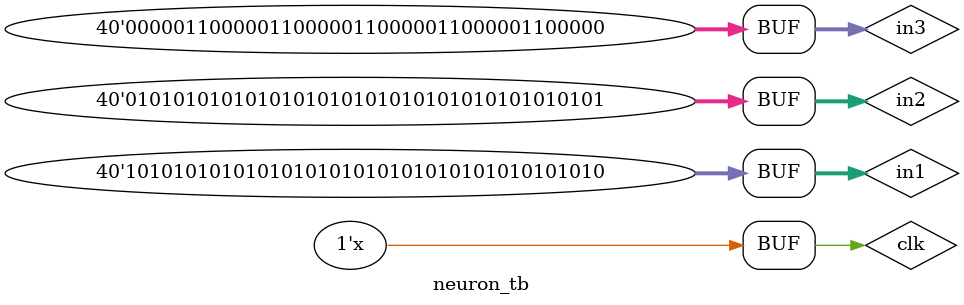
<source format=sv>
`timescale 1ns/1ns

module spike_neuron (clk, neuron_in1, neuron_in2, neuron_in3,
                     w3i, w2i, w1i, neuron_out);

  // Neuron Inputs Declaration
  input wire [2:0] w1i;
  input wire [2:0] w2i;
  input wire [2:0] w3i;
  input wire clk;
  input wire neuron_in1;
  input wire neuron_in2;
  input wire neuron_in3;

  //Neuron Outputs Declaration
  output neuron_out;

  // Neuron Constants
  reg [4:0] V_rest = 6;
  reg [4:0] V_leak = 1;
  reg K_syn = 1;
  reg [4:0] V_thresh = 14;
  reg [4:0] V_i = 6;
  reg neuron_i_reg = 0;

  // Neuron Dynamics
  always @(posedge clk) begin
    neuron_i_reg = 0;
    V_i = V_i + K_syn * (w1i*neuron_in1 + w2i*neuron_in2 + w3i*neuron_in3) - V_leak;
    if (V_i >= V_thresh) begin
      V_i = V_rest;
      neuron_i_reg = 1;
    end
    if (V_i < V_rest) begin
      V_i = V_rest;
    end
  end
  assign neuron_out = neuron_i_reg;
endmodule

module spiking_network (clk, neuron_1, neuron_2, neuron_3, neuron_7,
                        neuron_8);

  // Network Inputs Declaration
  input wire clk;
  input wire neuron_1;
  input wire neuron_2;
  input wire neuron_3;

  //Neuron Outputs Declaration
  output wire neuron_7;
  output wire neuron_8;

  // Network Synaptic Weights
  reg [2:0] w14 = 3;
  reg [2:0] w15 = 1;
  reg [2:0] w16 = 4;
  reg [2:0] w24 = 3;
  reg [2:0] w25 = 2;
  reg [2:0] w26 = 3;
  reg [2:0] w34 = 2;
  reg [2:0] w35 = 3;
  reg [2:0] w36 = 4;
  reg [2:0] w47 = 3;
  reg [2:0] w48 = 2;
  reg [2:0] w57 = 2;
  reg [2:0] w58 = 4;
  reg [2:0] w67 = 3;
  reg [2:0] w68 = 2;

  // Hidden Layer Neurons
  wire neuron_4;
  wire neuron_5;
  wire neuron_6;

  spike_neuron neuron4 (
    .clk (clk),
    .neuron_in1 (neuron_1),
    .neuron_in2 (neuron_2),
    .neuron_in3 (neuron_3),
    .w1i (w14),
    .w2i (w24),
    .w3i (w34),
    .neuron_out (neuron_4)
  );

  spike_neuron neuron5 (
    .clk (clk),
    .neuron_in1 (neuron_1),
    .neuron_in2 (neuron_2),
    .neuron_in3 (neuron_3),
    .w1i (w15),
    .w2i (w25),
    .w3i (w35),
    .neuron_out (neuron_5)
  );

  spike_neuron neuron6 (
    .clk (clk),
    .neuron_in1 (neuron_1),
    .neuron_in2 (neuron_2),
    .neuron_in3 (neuron_3),
    .w1i (w16),
    .w2i (w26),
    .w3i (w36),
    .neuron_out (neuron_6)
  );

  spike_neuron neuron7 (
    .clk (clk),
    .neuron_in1 (neuron_4),
    .neuron_in2 (neuron_5),
    .neuron_in3 (neuron_6),
    .w1i (w47),
    .w2i (w57),
    .w3i (w67),
    .neuron_out (neuron_7)
  );

  spike_neuron neuron8 (
    .clk (clk),
    .neuron_in1 (neuron_4),
    .neuron_in2 (neuron_5),
    .neuron_in3 (neuron_6),
    .w1i (w48),
    .w2i (w58),
    .w3i (w68),
    .neuron_out (neuron_8)
  );

endmodule

module neuron_tb;
reg clk, neuron_1, neuron_2, neuron_3;
reg [39:0] in1 = 40'b1010101010101010101010101010101010101010;
reg [39:0] in2 = 40'b0101010101010101010101010101010101010101;
reg [39:0] in3 = 40'b0000011000001100000110000011000001100000;
wire neuron_7;
wire neuron_8;
//
spiking_network U0 (
  .clk (clk),
  .neuron_1 (neuron_1),
  .neuron_2 (neuron_2),
  .neuron_3 (neuron_3),
  .neuron_7 (neuron_7),
  .neuron_8 (neuron_8)
);

initial begin
  $dumpfile("fire_sequence_1.vcd");
  $dumpvars;
  $display("\t\ttime,\tclk,\tneuron_1,\tneuron_2,\tneuron_3, \tneuron_7, \tneuron_8");
  $monitor("%d,\t%b,\t%b,\t%b,\t%b,\t%b,\t%b",$time, clk, neuron_1, neuron_2, neuron_3, neuron_7, neuron_8);
	/*$finish;*/
end

initial begin
clk = 0;
neuron_1 = 0;
neuron_2 = 0;
neuron_3 = 0;
end

always
#5 clk = !clk;

integer i = 39;
always @(posedge clk) begin
  if (i >= 0) begin
	neuron_1 = in1[i];
	neuron_2 = in2[i];
	neuron_3 = in3[i];
	i <= i - 1;
  end
  if (i < 0) begin
    neuron_1 = 0;
    neuron_2 = 0;
    neuron_3 = 0;
  end
end

endmodule

</source>
